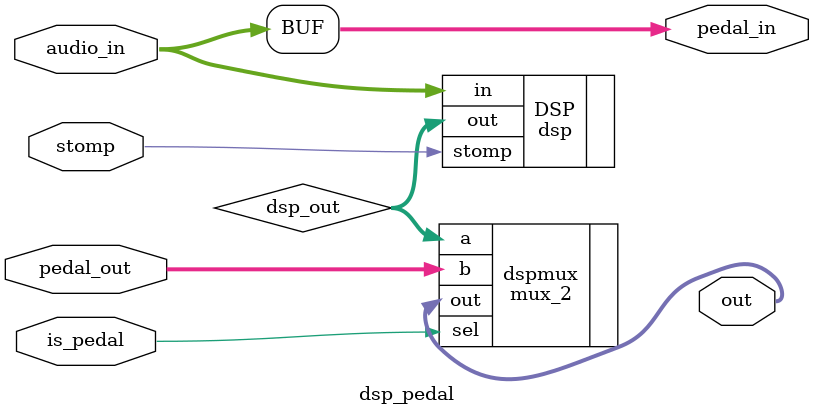
<source format=sv>
module dsp_pedal (input [23:0] pedal_out,
					   input [23:0] audio_in,
						input is_pedal, stomp,
						output logic [23:0] pedal_in,
						output logic [23:0] out);
//internal signals
logic [23:0] dsp_out;
assign pedal_in = audio_in;

dsp DSP (.in(audio_in),.out(dsp_out),.stomp(stomp));
mux_2 dspmux(.a(dsp_out),.b(pedal_out),.sel(is_pedal),.out(out));

endmodule 
</source>
